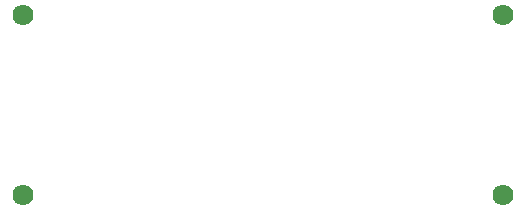
<source format=gbr>
%TF.GenerationSoftware,KiCad,Pcbnew,9.0.5*%
%TF.CreationDate,2025-11-29T23:46:50+05:30*%
%TF.ProjectId,from scrach,66726f6d-2073-4637-9261-63682e6b6963,rev?*%
%TF.SameCoordinates,Original*%
%TF.FileFunction,NonPlated,1,2,NPTH,Drill*%
%TF.FilePolarity,Positive*%
%FSLAX46Y46*%
G04 Gerber Fmt 4.6, Leading zero omitted, Abs format (unit mm)*
G04 Created by KiCad (PCBNEW 9.0.5) date 2025-11-29 23:46:50*
%MOMM*%
%LPD*%
G01*
G04 APERTURE LIST*
%TA.AperFunction,ComponentDrill*%
%ADD10C,1.780000*%
%TD*%
G04 APERTURE END LIST*
D10*
%TO.C,A1*%
X85400000Y-94360000D03*
X85400000Y-109600000D03*
X126040000Y-94360000D03*
X126040000Y-109600000D03*
M02*

</source>
